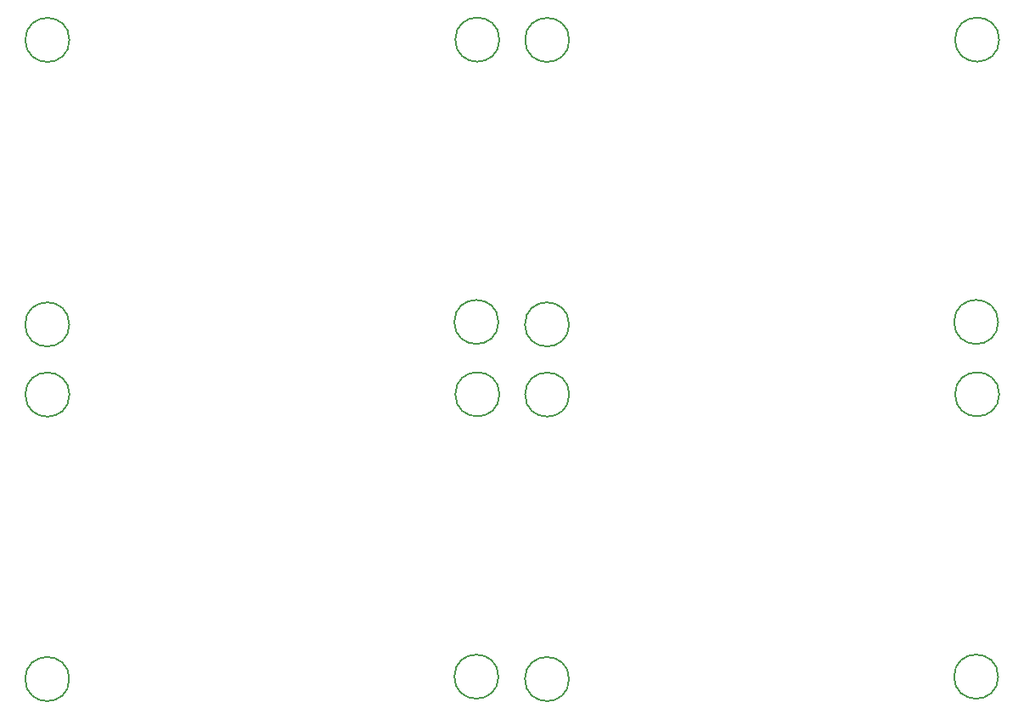
<source format=gbr>
%TF.GenerationSoftware,KiCad,Pcbnew,7.0.7-7.0.7~ubuntu22.04.1*%
%TF.CreationDate,2023-09-11T08:33:09+05:30*%
%TF.ProjectId,panelized,70616e65-6c69-47a6-9564-2e6b69636164,rev?*%
%TF.SameCoordinates,Original*%
%TF.FileFunction,Other,Comment*%
%FSLAX46Y46*%
G04 Gerber Fmt 4.6, Leading zero omitted, Abs format (unit mm)*
G04 Created by KiCad (PCBNEW 7.0.7-7.0.7~ubuntu22.04.1) date 2023-09-11 08:33:09*
%MOMM*%
%LPD*%
G01*
G04 APERTURE LIST*
%ADD10C,0.150000*%
G04 APERTURE END LIST*
D10*
%TO.C,H1*%
X54525164Y-2482000D02*
G75*
G03*
X54525164Y-2482000I-2200000J0D01*
G01*
%TO.C,H2*%
X97395164Y-2452000D02*
G75*
G03*
X97395164Y-2452000I-2200000J0D01*
G01*
%TO.C,H3*%
X4673838Y-66230274D02*
G75*
G03*
X4673838Y-66230274I-2200000J0D01*
G01*
%TO.C,H1*%
X54525164Y-37857000D02*
G75*
G03*
X54525164Y-37857000I-2200000J0D01*
G01*
%TO.C,H3*%
X54508438Y-66230274D02*
G75*
G03*
X54508438Y-66230274I-2200000J0D01*
G01*
%TO.C,H2*%
X97395164Y-37827000D02*
G75*
G03*
X97395164Y-37827000I-2200000J0D01*
G01*
%TO.C,H4*%
X97300438Y-30611274D02*
G75*
G03*
X97300438Y-30611274I-2200000J0D01*
G01*
X47465838Y-65986274D02*
G75*
G03*
X47465838Y-65986274I-2200000J0D01*
G01*
X47465838Y-30611274D02*
G75*
G03*
X47465838Y-30611274I-2200000J0D01*
G01*
%TO.C,H3*%
X4673838Y-30855274D02*
G75*
G03*
X4673838Y-30855274I-2200000J0D01*
G01*
%TO.C,H2*%
X47560564Y-37827000D02*
G75*
G03*
X47560564Y-37827000I-2200000J0D01*
G01*
%TO.C,H4*%
X97300438Y-65986274D02*
G75*
G03*
X97300438Y-65986274I-2200000J0D01*
G01*
%TO.C,H2*%
X47560564Y-2452000D02*
G75*
G03*
X47560564Y-2452000I-2200000J0D01*
G01*
%TO.C,H1*%
X4690564Y-37857000D02*
G75*
G03*
X4690564Y-37857000I-2200000J0D01*
G01*
X4690564Y-2482000D02*
G75*
G03*
X4690564Y-2482000I-2200000J0D01*
G01*
%TO.C,H3*%
X54508438Y-30855274D02*
G75*
G03*
X54508438Y-30855274I-2200000J0D01*
G01*
%TD*%
M02*

</source>
